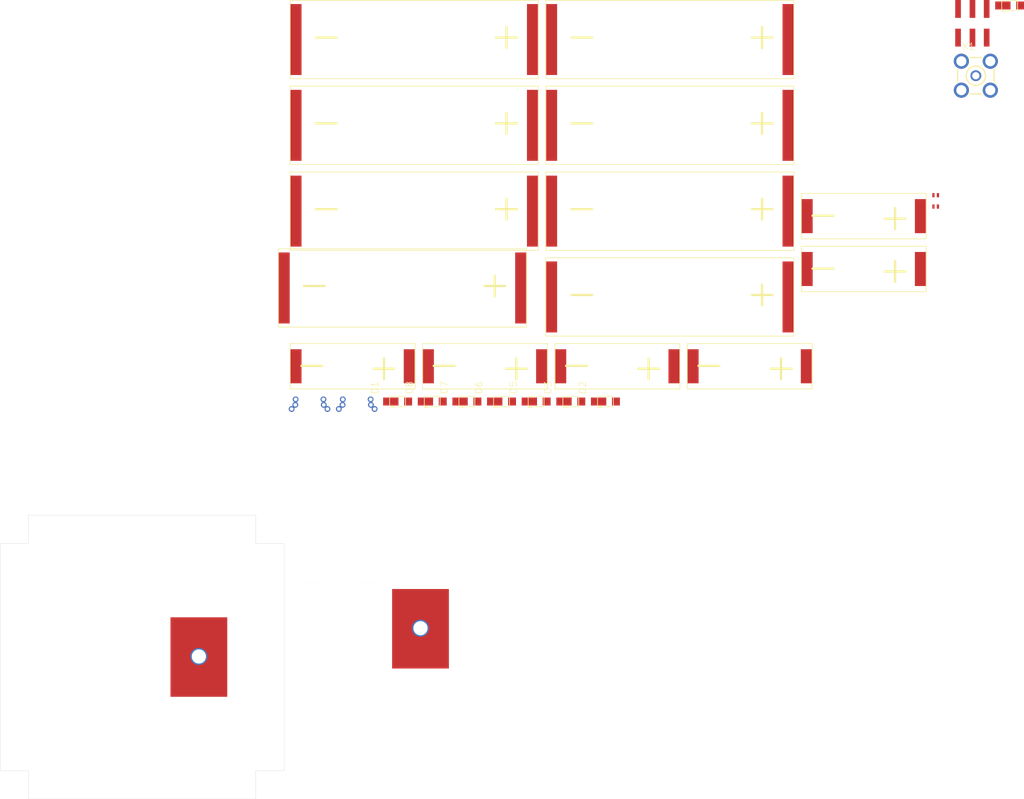
<source format=kicad_pcb>
(kicad_pcb (version 20171130) (host pcbnew "(5.1.4)-1")

  (general
    (thickness 1.6)
    (drawings 12)
    (tracks 20)
    (zones 0)
    (modules 29)
    (nets 14)
  )

  (page A4)
  (layers
    (0 Top signal)
    (1 Route2 signal)
    (2 Route15 signal)
    (31 Bottom signal)
    (32 B.Adhes user hide)
    (33 F.Adhes user hide)
    (34 B.Paste user hide)
    (35 F.Paste user hide)
    (36 B.SilkS user hide)
    (37 F.SilkS user hide)
    (38 B.Mask user hide)
    (39 F.Mask user hide)
    (40 Dwgs.User user hide)
    (41 Cmts.User user hide)
    (42 Eco1.User user hide)
    (43 Eco2.User user hide)
    (44 Edge.Cuts user)
    (45 Margin user hide)
    (46 B.CrtYd user hide)
    (47 F.CrtYd user hide)
    (48 B.Fab user hide)
    (49 F.Fab user hide)
  )

  (setup
    (last_trace_width 0.25)
    (trace_clearance 0.1524)
    (zone_clearance 0.508)
    (zone_45_only no)
    (trace_min 0.1524)
    (via_size 0.8)
    (via_drill 0.4)
    (via_min_size 0.4)
    (via_min_drill 0.3)
    (uvia_size 0.3)
    (uvia_drill 0.1)
    (uvias_allowed no)
    (uvia_min_size 0.2)
    (uvia_min_drill 0.1)
    (edge_width 0.05)
    (segment_width 0.2)
    (pcb_text_width 0.3)
    (pcb_text_size 1.5 1.5)
    (mod_edge_width 0.12)
    (mod_text_size 1 1)
    (mod_text_width 0.15)
    (pad_size 1.524 1.524)
    (pad_drill 0.762)
    (pad_to_mask_clearance 0.051)
    (solder_mask_min_width 0.25)
    (aux_axis_origin 0 0)
    (visible_elements 7FFFFFFF)
    (pcbplotparams
      (layerselection 0x010fc_ffffffff)
      (usegerberextensions false)
      (usegerberattributes false)
      (usegerberadvancedattributes false)
      (creategerberjobfile false)
      (excludeedgelayer true)
      (linewidth 0.100000)
      (plotframeref false)
      (viasonmask false)
      (mode 1)
      (useauxorigin false)
      (hpglpennumber 1)
      (hpglpenspeed 20)
      (hpglpendiameter 15.000000)
      (psnegative false)
      (psa4output false)
      (plotreference true)
      (plotvalue true)
      (plotinvisibletext false)
      (padsonsilk false)
      (subtractmaskfromsilk false)
      (outputformat 1)
      (mirror false)
      (drillshape 1)
      (scaleselection 1)
      (outputdirectory ""))
  )

  (net 0 "")
  (net 1 GND)
  (net 2 "Net-(U$1-Pad2)")
  (net 3 "Net-(U$1-Pad1)")
  (net 4 "Net-(D1-PadPOS)")
  (net 5 "Net-(D2-PadPOS)")
  (net 6 "Net-(D1-PadNEG)")
  (net 7 "Net-(D3-PadPOS)")
  (net 8 "Net-(D4-PadNEG)")
  (net 9 "Net-(D4-PadPOS)")
  (net 10 /VSOLAR)
  (net 11 "Net-(D7-PadPOS)")
  (net 12 "Net-(F1-Pad1)")
  (net 13 "Net-(U$4-PadP$2)")

  (net_class Default "This is the default net class."
    (clearance 0.1524)
    (trace_width 0.25)
    (via_dia 0.8)
    (via_drill 0.4)
    (uvia_dia 0.3)
    (uvia_drill 0.1)
    (add_net /VSOLAR)
    (add_net GND)
    (add_net "Net-(D1-PadNEG)")
    (add_net "Net-(D1-PadPOS)")
    (add_net "Net-(D2-PadPOS)")
    (add_net "Net-(D3-PadPOS)")
    (add_net "Net-(D4-PadNEG)")
    (add_net "Net-(D4-PadPOS)")
    (add_net "Net-(D7-PadPOS)")
    (add_net "Net-(F1-Pad1)")
    (add_net "Net-(U$1-Pad1)")
    (add_net "Net-(U$1-Pad2)")
    (add_net "Net-(U$1-Pad4)")
    (add_net "Net-(U$4-PadP$2)")
    (add_net "Net-(X1-Pad1)")
  )

  (module SolarZ:BU-SMA-V (layer Top) (tedit 0) (tstamp 5DAD8578)
    (at 261.8334 -7.380101)
    (descr "FEMALE <b>SMA CONNECTOR</b><p>\nRadiall<p>\ndistributor RS 112-3794")
    (path /8679BB61)
    (fp_text reference X1 (at -2.54 -4.445) (layer F.SilkS)
      (effects (font (size 1.2065 1.2065) (thickness 0.09652)) (justify left bottom))
    )
    (fp_text value BU-SMA-V (at -3.175 5.715) (layer F.Fab) hide
      (effects (font (size 1.2065 1.2065) (thickness 0.1016)) (justify left bottom))
    )
    (fp_circle (center 0 0) (end 1.7 0) (layer F.SilkS) (width 0.2032))
    (fp_circle (center 0 0) (end 3.1999 0) (layer F.Fab) (width 0.2032))
    (fp_line (start -3.2 3.2) (end -3.1999 -3.1999) (layer F.Fab) (width 0.2032))
    (fp_line (start 3.1999 3.1999) (end -3.2 3.2) (layer F.Fab) (width 0.2032))
    (fp_line (start 3.2 -3.2) (end 3.1999 3.1999) (layer F.Fab) (width 0.2032))
    (fp_line (start -3.1999 -3.1999) (end 3.2 -3.2) (layer F.Fab) (width 0.2032))
    (fp_line (start -3.2 1.1) (end -3.2 -1.1) (layer F.SilkS) (width 0.2032))
    (fp_line (start 1.1 3.2) (end -1.1 3.2) (layer F.SilkS) (width 0.2032))
    (fp_line (start 3.2 -1.1) (end 3.2 1.1) (layer F.SilkS) (width 0.2032))
    (fp_line (start -1.1 -3.2) (end 1.1 -3.2) (layer F.SilkS) (width 0.2032))
    (pad 5 thru_hole circle (at -2.5499 2.5499) (size 2.667 2.667) (drill 1.778) (layers *.Cu *.Mask)
      (net 1 GND) (solder_mask_margin 0.0635))
    (pad 4 thru_hole circle (at 2.5499 2.5499) (size 2.667 2.667) (drill 1.778) (layers *.Cu *.Mask)
      (net 1 GND) (solder_mask_margin 0.0635))
    (pad 3 thru_hole circle (at 2.5499 -2.5499) (size 2.667 2.667) (drill 1.778) (layers *.Cu *.Mask)
      (net 1 GND) (solder_mask_margin 0.0635))
    (pad 2 thru_hole circle (at -2.5499 -2.5499) (size 2.667 2.667) (drill 1.778) (layers *.Cu *.Mask)
      (net 1 GND) (solder_mask_margin 0.0635))
    (pad 1 thru_hole circle (at 0 0) (size 1.905 1.905) (drill 1.27) (layers *.Cu *.Mask)
      (solder_mask_margin 0.0635))
  )

  (module SolarZ:SLMD121H04L (layer Top) (tedit 0) (tstamp 5DAD8565)
    (at 141.08 -6.85)
    (path /DEBC6924)
    (fp_text reference UNK14 (at 0 0) (layer F.SilkS) hide
      (effects (font (size 1.27 1.27) (thickness 0.15)))
    )
    (fp_text value SLMD121H04L (at 0 0) (layer F.SilkS) hide
      (effects (font (size 1.27 1.27) (thickness 0.15)))
    )
    (fp_text user + (at 38.1 -7.62) (layer F.SilkS)
      (effects (font (size 4.826 4.826) (thickness 0.4064)))
    )
    (fp_text user - (at 6.35 -7.62) (layer F.SilkS)
      (effects (font (size 4.826 4.826) (thickness 0.4064)))
    )
    (fp_line (start 43.7 0) (end 0 0) (layer F.SilkS) (width 0.127))
    (fp_line (start 43.7 -13.8) (end 43.7 0) (layer F.SilkS) (width 0.127))
    (fp_line (start 0 -13.8) (end 43.7 -13.8) (layer F.SilkS) (width 0.127))
    (fp_line (start 0 0) (end 0 -13.8) (layer F.SilkS) (width 0.127))
    (pad P$2 smd rect (at 42.7 -6.9 90) (size 12.5 2) (layers Top F.Paste F.Mask)
      (net 11 "Net-(D7-PadPOS)") (solder_mask_margin 0.0635))
    (pad P$1 smd rect (at 1 -6.9 90) (size 12.5 2) (layers Top F.Paste F.Mask)
      (net 8 "Net-(D4-PadNEG)") (solder_mask_margin 0.0635))
  )

  (module SolarZ:KXOB22-04X3F (layer Top) (tedit 0) (tstamp 5DAD8559)
    (at 211.01 47.79)
    (path /CE8C4F9E)
    (fp_text reference UNK13 (at 0 0) (layer F.SilkS) hide
      (effects (font (size 1.27 1.27) (thickness 0.15)))
    )
    (fp_text value KXOB22-04X3F (at 0 0) (layer F.SilkS) hide
      (effects (font (size 1.27 1.27) (thickness 0.15)))
    )
    (fp_text user - (at 3.81 -4.445) (layer F.SilkS)
      (effects (font (size 4.826 4.826) (thickness 0.4064)))
    )
    (fp_text user + (at 16.51 -3.937) (layer F.SilkS)
      (effects (font (size 4.826 4.826) (thickness 0.4064)))
    )
    (fp_line (start 22 0) (end 0 0) (layer F.SilkS) (width 0.127))
    (fp_line (start 22 -8) (end 22 0) (layer F.SilkS) (width 0.127))
    (fp_line (start 0 -8) (end 22 -8) (layer F.SilkS) (width 0.127))
    (fp_line (start 0 0) (end 0 -8) (layer F.SilkS) (width 0.127))
    (pad P$2 smd rect (at 21 -4 90) (size 6 2) (layers Top F.Paste F.Mask)
      (net 4 "Net-(D1-PadPOS)") (solder_mask_margin 0.0635))
    (pad P$1 smd rect (at 1 -4 90) (size 6 2) (layers Top F.Paste F.Mask)
      (net 5 "Net-(D2-PadPOS)") (solder_mask_margin 0.0635))
  )

  (module SolarZ:SLMD121H04L (layer Top) (tedit 0) (tstamp 5DAD854D)
    (at 141.08 8.26)
    (path /C0B9D68B)
    (fp_text reference UNK12 (at 0 0) (layer F.SilkS) hide
      (effects (font (size 1.27 1.27) (thickness 0.15)))
    )
    (fp_text value SLMD121H04L (at 0 0) (layer F.SilkS) hide
      (effects (font (size 1.27 1.27) (thickness 0.15)))
    )
    (fp_text user + (at 38.1 -7.62) (layer F.SilkS)
      (effects (font (size 4.826 4.826) (thickness 0.4064)))
    )
    (fp_text user - (at 6.35 -7.62) (layer F.SilkS)
      (effects (font (size 4.826 4.826) (thickness 0.4064)))
    )
    (fp_line (start 43.7 0) (end 0 0) (layer F.SilkS) (width 0.127))
    (fp_line (start 43.7 -13.8) (end 43.7 0) (layer F.SilkS) (width 0.127))
    (fp_line (start 0 -13.8) (end 43.7 -13.8) (layer F.SilkS) (width 0.127))
    (fp_line (start 0 0) (end 0 -13.8) (layer F.SilkS) (width 0.127))
    (pad P$2 smd rect (at 42.7 -6.9 90) (size 12.5 2) (layers Top F.Paste F.Mask)
      (net 11 "Net-(D7-PadPOS)") (solder_mask_margin 0.0635))
    (pad P$1 smd rect (at 1 -6.9 90) (size 12.5 2) (layers Top F.Paste F.Mask)
      (net 8 "Net-(D4-PadNEG)") (solder_mask_margin 0.0635))
  )

  (module SolarZ:KXOB22-04X3F (layer Top) (tedit 0) (tstamp 5DAD8541)
    (at 231.1 21.35)
    (path /536AD41F)
    (fp_text reference UNK11 (at 0 0) (layer F.SilkS) hide
      (effects (font (size 1.27 1.27) (thickness 0.15)))
    )
    (fp_text value KXOB22-04X3F (at 0 0) (layer F.SilkS) hide
      (effects (font (size 1.27 1.27) (thickness 0.15)))
    )
    (fp_text user - (at 3.81 -4.445) (layer F.SilkS)
      (effects (font (size 4.826 4.826) (thickness 0.4064)))
    )
    (fp_text user + (at 16.51 -3.937) (layer F.SilkS)
      (effects (font (size 4.826 4.826) (thickness 0.4064)))
    )
    (fp_line (start 22 0) (end 0 0) (layer F.SilkS) (width 0.127))
    (fp_line (start 22 -8) (end 22 0) (layer F.SilkS) (width 0.127))
    (fp_line (start 0 -8) (end 22 -8) (layer F.SilkS) (width 0.127))
    (fp_line (start 0 0) (end 0 -8) (layer F.SilkS) (width 0.127))
    (pad P$2 smd rect (at 21 -4 90) (size 6 2) (layers Top F.Paste F.Mask)
      (net 7 "Net-(D3-PadPOS)") (solder_mask_margin 0.0635))
    (pad P$1 smd rect (at 1 -4 90) (size 6 2) (layers Top F.Paste F.Mask)
      (net 11 "Net-(D7-PadPOS)") (solder_mask_margin 0.0635))
  )

  (module SolarZ:KXOB22-04X3F (layer Top) (tedit 0) (tstamp 5DAD8535)
    (at 187.7 47.79)
    (path /1DAD54CC)
    (fp_text reference UNK10 (at 0 0) (layer F.SilkS) hide
      (effects (font (size 1.27 1.27) (thickness 0.15)))
    )
    (fp_text value KXOB22-04X3F (at 0 0) (layer F.SilkS) hide
      (effects (font (size 1.27 1.27) (thickness 0.15)))
    )
    (fp_text user - (at 3.81 -4.445) (layer F.SilkS)
      (effects (font (size 4.826 4.826) (thickness 0.4064)))
    )
    (fp_text user + (at 16.51 -3.937) (layer F.SilkS)
      (effects (font (size 4.826 4.826) (thickness 0.4064)))
    )
    (fp_line (start 22 0) (end 0 0) (layer F.SilkS) (width 0.127))
    (fp_line (start 22 -8) (end 22 0) (layer F.SilkS) (width 0.127))
    (fp_line (start 0 -8) (end 22 -8) (layer F.SilkS) (width 0.127))
    (fp_line (start 0 0) (end 0 -8) (layer F.SilkS) (width 0.127))
    (pad P$2 smd rect (at 21 -4 90) (size 6 2) (layers Top F.Paste F.Mask)
      (net 7 "Net-(D3-PadPOS)") (solder_mask_margin 0.0635))
    (pad P$1 smd rect (at 1 -4 90) (size 6 2) (layers Top F.Paste F.Mask)
      (net 11 "Net-(D7-PadPOS)") (solder_mask_margin 0.0635))
  )

  (module SolarZ:SLMD121H04L (layer Top) (tedit 0) (tstamp 5DAD8529)
    (at 186.09 8.26)
    (path /EC1449BE)
    (fp_text reference UNK9 (at 0 0) (layer F.SilkS) hide
      (effects (font (size 1.27 1.27) (thickness 0.15)))
    )
    (fp_text value SLMD121H04L (at 0 0) (layer F.SilkS) hide
      (effects (font (size 1.27 1.27) (thickness 0.15)))
    )
    (fp_text user + (at 38.1 -7.62) (layer F.SilkS)
      (effects (font (size 4.826 4.826) (thickness 0.4064)))
    )
    (fp_text user - (at 6.35 -7.62) (layer F.SilkS)
      (effects (font (size 4.826 4.826) (thickness 0.4064)))
    )
    (fp_line (start 43.7 0) (end 0 0) (layer F.SilkS) (width 0.127))
    (fp_line (start 43.7 -13.8) (end 43.7 0) (layer F.SilkS) (width 0.127))
    (fp_line (start 0 -13.8) (end 43.7 -13.8) (layer F.SilkS) (width 0.127))
    (fp_line (start 0 0) (end 0 -13.8) (layer F.SilkS) (width 0.127))
    (pad P$2 smd rect (at 42.7 -6.9 90) (size 12.5 2) (layers Top F.Paste F.Mask)
      (net 9 "Net-(D4-PadPOS)") (solder_mask_margin 0.0635))
    (pad P$1 smd rect (at 1 -6.9 90) (size 12.5 2) (layers Top F.Paste F.Mask)
      (net 1 GND) (solder_mask_margin 0.0635))
  )

  (module SolarZ:SLMD121H04L (layer Top) (tedit 0) (tstamp 5DAD851D)
    (at 139 36.9)
    (path /6F7095A3)
    (fp_text reference UNK8 (at 0 0) (layer F.SilkS) hide
      (effects (font (size 1.27 1.27) (thickness 0.15)))
    )
    (fp_text value SLMD121H04L (at 0 0) (layer F.SilkS) hide
      (effects (font (size 1.27 1.27) (thickness 0.15)))
    )
    (fp_text user + (at 38.1 -7.62) (layer F.SilkS)
      (effects (font (size 4.826 4.826) (thickness 0.4064)))
    )
    (fp_text user - (at 6.35 -7.62) (layer F.SilkS)
      (effects (font (size 4.826 4.826) (thickness 0.4064)))
    )
    (fp_line (start 43.7 0) (end 0 0) (layer F.SilkS) (width 0.127))
    (fp_line (start 43.7 -13.8) (end 43.7 0) (layer F.SilkS) (width 0.127))
    (fp_line (start 0 -13.8) (end 43.7 -13.8) (layer F.SilkS) (width 0.127))
    (fp_line (start 0 0) (end 0 -13.8) (layer F.SilkS) (width 0.127))
    (pad P$2 smd rect (at 42.7 -6.9 90) (size 12.5 2) (layers Top F.Paste F.Mask)
      (net 9 "Net-(D4-PadPOS)") (solder_mask_margin 0.0635))
    (pad P$1 smd rect (at 1 -6.9 90) (size 12.5 2) (layers Top F.Paste F.Mask)
      (net 1 GND) (solder_mask_margin 0.0635))
  )

  (module SolarZ:KXOB22-04X3F (layer Top) (tedit 0) (tstamp 5DAD8511)
    (at 141.08 47.79)
    (path /8E27E122)
    (fp_text reference UNK7 (at 0 0) (layer F.SilkS) hide
      (effects (font (size 1.27 1.27) (thickness 0.15)))
    )
    (fp_text value KXOB22-04X3F (at 0 0) (layer F.SilkS) hide
      (effects (font (size 1.27 1.27) (thickness 0.15)))
    )
    (fp_text user - (at 3.81 -4.445) (layer F.SilkS)
      (effects (font (size 4.826 4.826) (thickness 0.4064)))
    )
    (fp_text user + (at 16.51 -3.937) (layer F.SilkS)
      (effects (font (size 4.826 4.826) (thickness 0.4064)))
    )
    (fp_line (start 22 0) (end 0 0) (layer F.SilkS) (width 0.127))
    (fp_line (start 22 -8) (end 22 0) (layer F.SilkS) (width 0.127))
    (fp_line (start 0 -8) (end 22 -8) (layer F.SilkS) (width 0.127))
    (fp_line (start 0 0) (end 0 -8) (layer F.SilkS) (width 0.127))
    (pad P$2 smd rect (at 21 -4 90) (size 6 2) (layers Top F.Paste F.Mask)
      (net 8 "Net-(D4-PadNEG)") (solder_mask_margin 0.0635))
    (pad P$1 smd rect (at 1 -4 90) (size 6 2) (layers Top F.Paste F.Mask)
      (net 9 "Net-(D4-PadPOS)") (solder_mask_margin 0.0635))
  )

  (module SolarZ:KXOB22-04X3F (layer Top) (tedit 0) (tstamp 5DAD8505)
    (at 164.39 47.79)
    (path /2DE9B480)
    (fp_text reference UNK6 (at 0 0) (layer F.SilkS) hide
      (effects (font (size 1.27 1.27) (thickness 0.15)))
    )
    (fp_text value KXOB22-04X3F (at 0 0) (layer F.SilkS) hide
      (effects (font (size 1.27 1.27) (thickness 0.15)))
    )
    (fp_text user - (at 3.81 -4.445) (layer F.SilkS)
      (effects (font (size 4.826 4.826) (thickness 0.4064)))
    )
    (fp_text user + (at 16.51 -3.937) (layer F.SilkS)
      (effects (font (size 4.826 4.826) (thickness 0.4064)))
    )
    (fp_line (start 22 0) (end 0 0) (layer F.SilkS) (width 0.127))
    (fp_line (start 22 -8) (end 22 0) (layer F.SilkS) (width 0.127))
    (fp_line (start 0 -8) (end 22 -8) (layer F.SilkS) (width 0.127))
    (fp_line (start 0 0) (end 0 -8) (layer F.SilkS) (width 0.127))
    (pad P$2 smd rect (at 21 -4 90) (size 6 2) (layers Top F.Paste F.Mask)
      (net 8 "Net-(D4-PadNEG)") (solder_mask_margin 0.0635))
    (pad P$1 smd rect (at 1 -4 90) (size 6 2) (layers Top F.Paste F.Mask)
      (net 9 "Net-(D4-PadPOS)") (solder_mask_margin 0.0635))
  )

  (module SolarZ:SLMD121H04L (layer Top) (tedit 0) (tstamp 5DAD84F9)
    (at 186.09 38.48)
    (path /DE036069)
    (fp_text reference UNK5 (at 0 0) (layer F.SilkS) hide
      (effects (font (size 1.27 1.27) (thickness 0.15)))
    )
    (fp_text value SLMD121H04L (at 0 0) (layer F.SilkS) hide
      (effects (font (size 1.27 1.27) (thickness 0.15)))
    )
    (fp_text user + (at 38.1 -7.62) (layer F.SilkS)
      (effects (font (size 4.826 4.826) (thickness 0.4064)))
    )
    (fp_text user - (at 6.35 -7.62) (layer F.SilkS)
      (effects (font (size 4.826 4.826) (thickness 0.4064)))
    )
    (fp_line (start 43.7 0) (end 0 0) (layer F.SilkS) (width 0.127))
    (fp_line (start 43.7 -13.8) (end 43.7 0) (layer F.SilkS) (width 0.127))
    (fp_line (start 0 -13.8) (end 43.7 -13.8) (layer F.SilkS) (width 0.127))
    (fp_line (start 0 0) (end 0 -13.8) (layer F.SilkS) (width 0.127))
    (pad P$2 smd rect (at 42.7 -6.9 90) (size 12.5 2) (layers Top F.Paste F.Mask)
      (net 5 "Net-(D2-PadPOS)") (solder_mask_margin 0.0635))
    (pad P$1 smd rect (at 1 -6.9 90) (size 12.5 2) (layers Top F.Paste F.Mask)
      (net 7 "Net-(D3-PadPOS)") (solder_mask_margin 0.0635))
  )

  (module SolarZ:SLMD121H04L (layer Top) (tedit 0) (tstamp 5DAD84ED)
    (at 186.09 23.37)
    (path /96C34CA7)
    (fp_text reference UNK4 (at 0 0) (layer F.SilkS) hide
      (effects (font (size 1.27 1.27) (thickness 0.15)))
    )
    (fp_text value SLMD121H04L (at 0 0) (layer F.SilkS) hide
      (effects (font (size 1.27 1.27) (thickness 0.15)))
    )
    (fp_text user + (at 38.1 -7.62) (layer F.SilkS)
      (effects (font (size 4.826 4.826) (thickness 0.4064)))
    )
    (fp_text user - (at 6.35 -7.62) (layer F.SilkS)
      (effects (font (size 4.826 4.826) (thickness 0.4064)))
    )
    (fp_line (start 43.7 0) (end 0 0) (layer F.SilkS) (width 0.127))
    (fp_line (start 43.7 -13.8) (end 43.7 0) (layer F.SilkS) (width 0.127))
    (fp_line (start 0 -13.8) (end 43.7 -13.8) (layer F.SilkS) (width 0.127))
    (fp_line (start 0 0) (end 0 -13.8) (layer F.SilkS) (width 0.127))
    (pad P$2 smd rect (at 42.7 -6.9 90) (size 12.5 2) (layers Top F.Paste F.Mask)
      (net 5 "Net-(D2-PadPOS)") (solder_mask_margin 0.0635))
    (pad P$1 smd rect (at 1 -6.9 90) (size 12.5 2) (layers Top F.Paste F.Mask)
      (net 7 "Net-(D3-PadPOS)") (solder_mask_margin 0.0635))
  )

  (module SolarZ:SLMD121H04L (layer Top) (tedit 0) (tstamp 5DAD84E1)
    (at 141.08 23.37)
    (path /DA062505)
    (fp_text reference UNK3 (at 0 0) (layer F.SilkS) hide
      (effects (font (size 1.27 1.27) (thickness 0.15)))
    )
    (fp_text value SLMD121H04L (at 0 0) (layer F.SilkS) hide
      (effects (font (size 1.27 1.27) (thickness 0.15)))
    )
    (fp_text user + (at 38.1 -7.62) (layer F.SilkS)
      (effects (font (size 4.826 4.826) (thickness 0.4064)))
    )
    (fp_text user - (at 6.35 -7.62) (layer F.SilkS)
      (effects (font (size 4.826 4.826) (thickness 0.4064)))
    )
    (fp_line (start 43.7 0) (end 0 0) (layer F.SilkS) (width 0.127))
    (fp_line (start 43.7 -13.8) (end 43.7 0) (layer F.SilkS) (width 0.127))
    (fp_line (start 0 -13.8) (end 43.7 -13.8) (layer F.SilkS) (width 0.127))
    (fp_line (start 0 0) (end 0 -13.8) (layer F.SilkS) (width 0.127))
    (pad P$2 smd rect (at 42.7 -6.9 90) (size 12.5 2) (layers Top F.Paste F.Mask)
      (net 6 "Net-(D1-PadNEG)") (solder_mask_margin 0.0635))
    (pad P$1 smd rect (at 1 -6.9 90) (size 12.5 2) (layers Top F.Paste F.Mask)
      (net 4 "Net-(D1-PadPOS)") (solder_mask_margin 0.0635))
  )

  (module SolarZ:SLMD121H04L (layer Top) (tedit 0) (tstamp 5DAD84D5)
    (at 186.09 -6.85)
    (path /EE71016C)
    (fp_text reference UNK2 (at 0 0) (layer F.SilkS) hide
      (effects (font (size 1.27 1.27) (thickness 0.15)))
    )
    (fp_text value SLMD121H04L (at 0 0) (layer F.SilkS) hide
      (effects (font (size 1.27 1.27) (thickness 0.15)))
    )
    (fp_text user + (at 38.1 -7.62) (layer F.SilkS)
      (effects (font (size 4.826 4.826) (thickness 0.4064)))
    )
    (fp_text user - (at 6.35 -7.62) (layer F.SilkS)
      (effects (font (size 4.826 4.826) (thickness 0.4064)))
    )
    (fp_line (start 43.7 0) (end 0 0) (layer F.SilkS) (width 0.127))
    (fp_line (start 43.7 -13.8) (end 43.7 0) (layer F.SilkS) (width 0.127))
    (fp_line (start 0 -13.8) (end 43.7 -13.8) (layer F.SilkS) (width 0.127))
    (fp_line (start 0 0) (end 0 -13.8) (layer F.SilkS) (width 0.127))
    (pad P$2 smd rect (at 42.7 -6.9 90) (size 12.5 2) (layers Top F.Paste F.Mask)
      (net 6 "Net-(D1-PadNEG)") (solder_mask_margin 0.0635))
    (pad P$1 smd rect (at 1 -6.9 90) (size 12.5 2) (layers Top F.Paste F.Mask)
      (net 4 "Net-(D1-PadPOS)") (solder_mask_margin 0.0635))
  )

  (module SolarZ:KXOB22-04X3F (layer Top) (tedit 0) (tstamp 5DAD84C9)
    (at 231.1 30.66)
    (path /89203F2C)
    (fp_text reference UNK1 (at 0 0) (layer F.SilkS) hide
      (effects (font (size 1.27 1.27) (thickness 0.15)))
    )
    (fp_text value KXOB22-04X3F (at 0 0) (layer F.SilkS) hide
      (effects (font (size 1.27 1.27) (thickness 0.15)))
    )
    (fp_text user - (at 3.81 -4.445) (layer F.SilkS)
      (effects (font (size 4.826 4.826) (thickness 0.4064)))
    )
    (fp_text user + (at 16.51 -3.937) (layer F.SilkS)
      (effects (font (size 4.826 4.826) (thickness 0.4064)))
    )
    (fp_line (start 22 0) (end 0 0) (layer F.SilkS) (width 0.127))
    (fp_line (start 22 -8) (end 22 0) (layer F.SilkS) (width 0.127))
    (fp_line (start 0 -8) (end 22 -8) (layer F.SilkS) (width 0.127))
    (fp_line (start 0 0) (end 0 -8) (layer F.SilkS) (width 0.127))
    (pad P$2 smd rect (at 21 -4 90) (size 6 2) (layers Top F.Paste F.Mask)
      (net 4 "Net-(D1-PadPOS)") (solder_mask_margin 0.0635))
    (pad P$1 smd rect (at 1 -4 90) (size 6 2) (layers Top F.Paste F.Mask)
      (net 5 "Net-(D2-PadPOS)") (solder_mask_margin 0.0635))
  )

  (module SolarZ:M20-8760342 (layer Top) (tedit 0) (tstamp 5DAD84BD)
    (at 258.2 -12.513501)
    (path /649D799B)
    (fp_text reference U$4 (at 0 0) (layer F.SilkS) hide
      (effects (font (size 1.27 1.27) (thickness 0.15)))
    )
    (fp_text value M20-8760342 (at 0 0) (layer F.SilkS) hide
      (effects (font (size 1.27 1.27) (thickness 0.15)))
    )
    (pad P$6 smd rect (at 5.54 -6.625 90) (size 3.15 1) (layers Top F.Paste F.Mask)
      (net 12 "Net-(F1-Pad1)") (solder_mask_margin 0.0635))
    (pad P$5 smd rect (at 5.54 -1.575 90) (size 3.15 1) (layers Top F.Paste F.Mask)
      (net 10 /VSOLAR) (solder_mask_margin 0.0635))
    (pad P$4 smd rect (at 3.04 -6.625 90) (size 3.15 1) (layers Top F.Paste F.Mask)
      (net 12 "Net-(F1-Pad1)") (solder_mask_margin 0.0635))
    (pad P$3 smd rect (at 3.04 -1.575 90) (size 3.15 1) (layers Top F.Paste F.Mask)
      (net 13 "Net-(U$4-PadP$2)") (solder_mask_margin 0.0635))
    (pad P$2 smd rect (at 0.5 -6.625 90) (size 3.15 1) (layers Top F.Paste F.Mask)
      (net 13 "Net-(U$4-PadP$2)") (solder_mask_margin 0.0635))
    (pad P$1 smd rect (at 0.5 -1.575 90) (size 3.15 1) (layers Top F.Paste F.Mask)
      (net 1 GND) (solder_mask_margin 0.0635))
  )

  (module SolarZ:TAPE (layer Top) (tedit 0) (tstamp 5DAD84B3)
    (at 164.03 90.02)
    (path /6E1B97F5)
    (fp_text reference U$3 (at 0 0) (layer F.SilkS) hide
      (effects (font (size 1.27 1.27) (thickness 0.15)))
    )
    (fp_text value ANTENNA (at 0 0) (layer F.SilkS) hide
      (effects (font (size 1.27 1.27) (thickness 0.15)))
    )
    (fp_line (start -21.1 8) (end -17.1 8) (layer Edge.Cuts) (width 0.005))
    (fp_line (start -21.1 -8) (end -17.1 -8) (layer Edge.Cuts) (width 0.005))
    (fp_line (start -21.1 -8) (end -21.1 8) (layer Edge.Cuts) (width 0.005))
    (fp_line (start -17.1 -8) (end -17.1 8) (layer Edge.Cuts) (width 0.005))
    (fp_line (start -11.05 8) (end -7.05 8) (layer Edge.Cuts) (width 0.005))
    (fp_line (start -11.05 -8) (end -7.05 -8) (layer Edge.Cuts) (width 0.005))
    (fp_line (start -11.05 -8) (end -11.05 8) (layer Edge.Cuts) (width 0.005))
    (fp_line (start -7.05 -8) (end -7.05 8) (layer Edge.Cuts) (width 0.005))
    (pad "" np_thru_hole circle (at -14.03 -0.02) (size 2 2) (drill 2) (layers *.Cu *.Mask))
    (pad RF thru_hole circle (at 0 -0.1) (size 3 3) (drill 2.5) (layers *.Cu *.Mask)
      (net 2 "Net-(U$1-Pad2)") (solder_mask_margin 0.0635))
    (pad RF_2 smd rect (at 0 0 90) (size 14 10) (layers Top F.Paste F.Mask)
      (net 2 "Net-(U$1-Pad2)") (solder_mask_margin 0.0635))
  )

  (module SolarZ:TAPE (layer Top) (tedit 0) (tstamp 5DAD84A4)
    (at 125 95)
    (path /87B7DF34)
    (fp_text reference U$2 (at 0 0) (layer F.SilkS) hide
      (effects (font (size 1.27 1.27) (thickness 0.15)))
    )
    (fp_text value ANTENNA (at 0 0) (layer F.SilkS) hide
      (effects (font (size 1.27 1.27) (thickness 0.15)))
    )
    (fp_line (start -21.1 8) (end -17.1 8) (layer Edge.Cuts) (width 0.005))
    (fp_line (start -21.1 -8) (end -17.1 -8) (layer Edge.Cuts) (width 0.005))
    (fp_line (start -21.1 -8) (end -21.1 8) (layer Edge.Cuts) (width 0.005))
    (fp_line (start -17.1 -8) (end -17.1 8) (layer Edge.Cuts) (width 0.005))
    (fp_line (start -11.05 8) (end -7.05 8) (layer Edge.Cuts) (width 0.005))
    (fp_line (start -11.05 -8) (end -7.05 -8) (layer Edge.Cuts) (width 0.005))
    (fp_line (start -11.05 -8) (end -11.05 8) (layer Edge.Cuts) (width 0.005))
    (fp_line (start -7.05 -8) (end -7.05 8) (layer Edge.Cuts) (width 0.005))
    (pad "" np_thru_hole circle (at -14.03 -0.02) (size 2 2) (drill 2) (layers *.Cu *.Mask))
    (pad RF thru_hole circle (at 0 -0.1) (size 3 3) (drill 2.5) (layers *.Cu *.Mask)
      (net 3 "Net-(U$1-Pad1)") (solder_mask_margin 0.0635))
    (pad RF_2 smd rect (at 0 0 90) (size 14 10) (layers Top F.Paste F.Mask)
      (net 3 "Net-(U$1-Pad1)") (solder_mask_margin 0.0635))
  )

  (module SolarZ:BALUN (layer Top) (tedit 0) (tstamp 5DAD8495)
    (at 254.76 14.661499)
    (path /89E33A62)
    (fp_text reference U$1 (at 0 0) (layer F.SilkS) hide
      (effects (font (size 1.27 1.27) (thickness 0.15)) (justify right top))
    )
    (fp_text value BALUN (at 0 0) (layer F.SilkS) hide
      (effects (font (size 1.27 1.27) (thickness 0.15)) (justify right top))
    )
    (pad 4 smd rect (at 0.4 1 270) (size 0.75 0.4) (layers Top F.Paste F.Mask)
      (solder_mask_margin 0.0635))
    (pad 3 smd rect (at -0.4 1 270) (size 0.75 0.4) (layers Top F.Paste F.Mask)
      (net 1 GND) (solder_mask_margin 0.0635))
    (pad 2 smd rect (at 0.4 -1 90) (size 0.75 0.4) (layers Top F.Paste F.Mask)
      (net 2 "Net-(U$1-Pad2)") (solder_mask_margin 0.0635))
    (pad 1 smd rect (at -0.4 -1 90) (size 0.75 0.4) (layers Top F.Paste F.Mask)
      (net 3 "Net-(U$1-Pad1)") (solder_mask_margin 0.0635))
  )

  (module SolarZ:BURN_WIRE (layer Top) (tedit 0) (tstamp 5DAD848D)
    (at 146.988 49.286499)
    (path /3EAE4237)
    (fp_text reference F2 (at 0 0) (layer F.SilkS) hide
      (effects (font (size 1.27 1.27) (thickness 0.15)) (justify right top))
    )
    (fp_text value BURN_TERM (at 0 0) (layer F.SilkS) hide
      (effects (font (size 1.27 1.27) (thickness 0.15)) (justify right top))
    )
    (fp_circle (center -2.5 1) (end -2.4 1) (layer Dwgs.User) (width 0.1524))
    (pad 20 thru_hole circle (at 0 1.3 180) (size 1.016 1.016) (drill 0.6) (layers *.Cu *.Mask)
      (net 1 GND) (solder_mask_margin 0.0635))
    (pad 200 thru_hole circle (at -0.05 0.332 270) (size 1.016 1.016) (drill 0.6) (layers *.Cu *.Mask)
      (net 1 GND) (solder_mask_margin 0.0635))
    (pad 2 thru_hole circle (at 0.65 2.032 135) (size 1.016 1.016) (drill 0.6) (layers *.Cu *.Mask)
      (net 1 GND) (solder_mask_margin 0.0635))
    (pad 10 thru_hole circle (at -5 1.3) (size 1.016 1.016) (drill 0.6) (layers *.Cu *.Mask)
      (net 12 "Net-(F1-Pad1)") (solder_mask_margin 0.0635))
    (pad 100 thru_hole circle (at -4.95 0.332 270) (size 1.016 1.016) (drill 0.6) (layers *.Cu *.Mask)
      (net 12 "Net-(F1-Pad1)") (solder_mask_margin 0.0635))
    (pad 1 thru_hole circle (at -5.65 2.032 45) (size 1.016 1.016) (drill 0.6) (layers *.Cu *.Mask)
      (net 12 "Net-(F1-Pad1)") (solder_mask_margin 0.0635))
  )

  (module SolarZ:BURN_WIRE (layer Top) (tedit 0) (tstamp 5DAD8482)
    (at 155.298 49.286499)
    (path /BAEBDDEB)
    (fp_text reference F1 (at 0 0) (layer F.SilkS) hide
      (effects (font (size 1.27 1.27) (thickness 0.15)) (justify right top))
    )
    (fp_text value BURN_TERM (at 0 0) (layer F.SilkS) hide
      (effects (font (size 1.27 1.27) (thickness 0.15)) (justify right top))
    )
    (fp_circle (center -2.5 1) (end -2.4 1) (layer Dwgs.User) (width 0.1524))
    (pad 20 thru_hole circle (at 0 1.3 180) (size 1.016 1.016) (drill 0.6) (layers *.Cu *.Mask)
      (net 1 GND) (solder_mask_margin 0.0635))
    (pad 200 thru_hole circle (at -0.05 0.332 270) (size 1.016 1.016) (drill 0.6) (layers *.Cu *.Mask)
      (net 1 GND) (solder_mask_margin 0.0635))
    (pad 2 thru_hole circle (at 0.65 2.032 135) (size 1.016 1.016) (drill 0.6) (layers *.Cu *.Mask)
      (net 1 GND) (solder_mask_margin 0.0635))
    (pad 10 thru_hole circle (at -5 1.3) (size 1.016 1.016) (drill 0.6) (layers *.Cu *.Mask)
      (net 12 "Net-(F1-Pad1)") (solder_mask_margin 0.0635))
    (pad 100 thru_hole circle (at -4.95 0.332 270) (size 1.016 1.016) (drill 0.6) (layers *.Cu *.Mask)
      (net 12 "Net-(F1-Pad1)") (solder_mask_margin 0.0635))
    (pad 1 thru_hole circle (at -5.65 2.032 45) (size 1.016 1.016) (drill 0.6) (layers *.Cu *.Mask)
      (net 12 "Net-(F1-Pad1)") (solder_mask_margin 0.0635))
  )

  (module SolarZ:SB_DIODE (layer Top) (tedit 0) (tstamp 5DAD8477)
    (at 166.1 50)
    (path /54B076E9)
    (fp_text reference D8 (at -3.3 -1.2 -90) (layer F.SilkS)
      (effects (font (size 1.2065 1.2065) (thickness 0.09652)) (justify left bottom))
    )
    (fp_text value SB_DIODE (at 0 0) (layer F.SilkS) hide
      (effects (font (size 1.27 1.27) (thickness 0.15)))
    )
    (fp_line (start -1.2 1.1) (end -1.2 1) (layer F.SilkS) (width 0.127))
    (fp_line (start -0.8 1.1) (end -1.2 1.1) (layer F.SilkS) (width 0.127))
    (fp_line (start -0.8 1) (end -0.8 1.1) (layer F.SilkS) (width 0.127))
    (fp_line (start -1.2 1) (end -0.8 1) (layer F.SilkS) (width 0.127))
    (fp_line (start 1.4 -0.9) (end -1.4 -0.9) (layer F.SilkS) (width 0.127))
    (fp_line (start 1.4 0.9) (end 1.4 -0.9) (layer F.SilkS) (width 0.127))
    (fp_line (start -1.4 0.9) (end 1.4 0.9) (layer F.SilkS) (width 0.127))
    (fp_line (start -1.4 -0.9) (end -1.4 0.9) (layer F.SilkS) (width 0.127))
    (pad POS smd rect (at 1.85 0) (size 1.4 1.4) (layers Top F.Paste F.Mask)
      (net 8 "Net-(D4-PadNEG)") (solder_mask_margin 0.0635))
    (pad NEG smd rect (at -1.2 0) (size 2.7 1.4) (layers Top F.Paste F.Mask)
      (net 11 "Net-(D7-PadPOS)") (solder_mask_margin 0.0635))
  )

  (module SolarZ:SB_DIODE (layer Top) (tedit 0) (tstamp 5DAD8469)
    (at 172.2 50)
    (path /11F28FEE)
    (fp_text reference D7 (at -3.3 -1.2 -90) (layer F.SilkS)
      (effects (font (size 1.2065 1.2065) (thickness 0.09652)) (justify left bottom))
    )
    (fp_text value SB_DIODE (at 0 0) (layer F.SilkS) hide
      (effects (font (size 1.27 1.27) (thickness 0.15)))
    )
    (fp_line (start -1.2 1.1) (end -1.2 1) (layer F.SilkS) (width 0.127))
    (fp_line (start -0.8 1.1) (end -1.2 1.1) (layer F.SilkS) (width 0.127))
    (fp_line (start -0.8 1) (end -0.8 1.1) (layer F.SilkS) (width 0.127))
    (fp_line (start -1.2 1) (end -0.8 1) (layer F.SilkS) (width 0.127))
    (fp_line (start 1.4 -0.9) (end -1.4 -0.9) (layer F.SilkS) (width 0.127))
    (fp_line (start 1.4 0.9) (end 1.4 -0.9) (layer F.SilkS) (width 0.127))
    (fp_line (start -1.4 0.9) (end 1.4 0.9) (layer F.SilkS) (width 0.127))
    (fp_line (start -1.4 -0.9) (end -1.4 0.9) (layer F.SilkS) (width 0.127))
    (pad POS smd rect (at 1.85 0) (size 1.4 1.4) (layers Top F.Paste F.Mask)
      (net 11 "Net-(D7-PadPOS)") (solder_mask_margin 0.0635))
    (pad NEG smd rect (at -1.2 0) (size 2.7 1.4) (layers Top F.Paste F.Mask)
      (net 7 "Net-(D3-PadPOS)") (solder_mask_margin 0.0635))
  )

  (module SolarZ:SB_DIODE (layer Top) (tedit 0) (tstamp 5DAD845B)
    (at 178.3 50)
    (path /8D7F21E8)
    (fp_text reference D6 (at -3.3 -1.2 -90) (layer F.SilkS)
      (effects (font (size 1.2065 1.2065) (thickness 0.09652)) (justify left bottom))
    )
    (fp_text value SB_DIODE (at 0 0) (layer F.SilkS) hide
      (effects (font (size 1.27 1.27) (thickness 0.15)))
    )
    (fp_line (start -1.2 1.1) (end -1.2 1) (layer F.SilkS) (width 0.127))
    (fp_line (start -0.8 1.1) (end -1.2 1.1) (layer F.SilkS) (width 0.127))
    (fp_line (start -0.8 1) (end -0.8 1.1) (layer F.SilkS) (width 0.127))
    (fp_line (start -1.2 1) (end -0.8 1) (layer F.SilkS) (width 0.127))
    (fp_line (start 1.4 -0.9) (end -1.4 -0.9) (layer F.SilkS) (width 0.127))
    (fp_line (start 1.4 0.9) (end 1.4 -0.9) (layer F.SilkS) (width 0.127))
    (fp_line (start -1.4 0.9) (end 1.4 0.9) (layer F.SilkS) (width 0.127))
    (fp_line (start -1.4 -0.9) (end -1.4 0.9) (layer F.SilkS) (width 0.127))
    (pad POS smd rect (at 1.85 0) (size 1.4 1.4) (layers Top F.Paste F.Mask)
      (net 1 GND) (solder_mask_margin 0.0635))
    (pad NEG smd rect (at -1.2 0) (size 2.7 1.4) (layers Top F.Paste F.Mask)
      (net 9 "Net-(D4-PadPOS)") (solder_mask_margin 0.0635))
  )

  (module SolarZ:SB_DIODE (layer Top) (tedit 0) (tstamp 5DAD844D)
    (at 184.4 50)
    (path /A8F36FED)
    (fp_text reference D5 (at -3.3 -1.2 -90) (layer F.SilkS)
      (effects (font (size 1.2065 1.2065) (thickness 0.09652)) (justify left bottom))
    )
    (fp_text value SB_DIODE (at 0 0) (layer F.SilkS) hide
      (effects (font (size 1.27 1.27) (thickness 0.15)))
    )
    (fp_line (start -1.2 1.1) (end -1.2 1) (layer F.SilkS) (width 0.127))
    (fp_line (start -0.8 1.1) (end -1.2 1.1) (layer F.SilkS) (width 0.127))
    (fp_line (start -0.8 1) (end -0.8 1.1) (layer F.SilkS) (width 0.127))
    (fp_line (start -1.2 1) (end -0.8 1) (layer F.SilkS) (width 0.127))
    (fp_line (start 1.4 -0.9) (end -1.4 -0.9) (layer F.SilkS) (width 0.127))
    (fp_line (start 1.4 0.9) (end 1.4 -0.9) (layer F.SilkS) (width 0.127))
    (fp_line (start -1.4 0.9) (end 1.4 0.9) (layer F.SilkS) (width 0.127))
    (fp_line (start -1.4 -0.9) (end -1.4 0.9) (layer F.SilkS) (width 0.127))
    (pad POS smd rect (at 1.85 0) (size 1.4 1.4) (layers Top F.Paste F.Mask)
      (net 6 "Net-(D1-PadNEG)") (solder_mask_margin 0.0635))
    (pad NEG smd rect (at -1.2 0) (size 2.7 1.4) (layers Top F.Paste F.Mask)
      (net 10 /VSOLAR) (solder_mask_margin 0.0635))
  )

  (module SolarZ:SB_DIODE (layer Top) (tedit 0) (tstamp 5DAD843F)
    (at 267.79 -19.75)
    (path /04403A79)
    (fp_text reference D4 (at -3.3 -1.2 -90) (layer F.SilkS)
      (effects (font (size 1.2065 1.2065) (thickness 0.09652)) (justify left bottom))
    )
    (fp_text value SB_DIODE (at 0 0) (layer F.SilkS) hide
      (effects (font (size 1.27 1.27) (thickness 0.15)))
    )
    (fp_line (start -1.2 1.1) (end -1.2 1) (layer F.SilkS) (width 0.127))
    (fp_line (start -0.8 1.1) (end -1.2 1.1) (layer F.SilkS) (width 0.127))
    (fp_line (start -0.8 1) (end -0.8 1.1) (layer F.SilkS) (width 0.127))
    (fp_line (start -1.2 1) (end -0.8 1) (layer F.SilkS) (width 0.127))
    (fp_line (start 1.4 -0.9) (end -1.4 -0.9) (layer F.SilkS) (width 0.127))
    (fp_line (start 1.4 0.9) (end 1.4 -0.9) (layer F.SilkS) (width 0.127))
    (fp_line (start -1.4 0.9) (end 1.4 0.9) (layer F.SilkS) (width 0.127))
    (fp_line (start -1.4 -0.9) (end -1.4 0.9) (layer F.SilkS) (width 0.127))
    (pad POS smd rect (at 1.85 0) (size 1.4 1.4) (layers Top F.Paste F.Mask)
      (net 9 "Net-(D4-PadPOS)") (solder_mask_margin 0.0635))
    (pad NEG smd rect (at -1.2 0) (size 2.7 1.4) (layers Top F.Paste F.Mask)
      (net 8 "Net-(D4-PadNEG)") (solder_mask_margin 0.0635))
  )

  (module SolarZ:SB_DIODE (layer Top) (tedit 0) (tstamp 5DAD8431)
    (at 190.5 50)
    (path /93886C31)
    (fp_text reference D3 (at -3.3 -1.2 -90) (layer F.SilkS)
      (effects (font (size 1.2065 1.2065) (thickness 0.09652)) (justify left bottom))
    )
    (fp_text value SB_DIODE (at 0 0) (layer F.SilkS) hide
      (effects (font (size 1.27 1.27) (thickness 0.15)))
    )
    (fp_line (start -1.2 1.1) (end -1.2 1) (layer F.SilkS) (width 0.127))
    (fp_line (start -0.8 1.1) (end -1.2 1.1) (layer F.SilkS) (width 0.127))
    (fp_line (start -0.8 1) (end -0.8 1.1) (layer F.SilkS) (width 0.127))
    (fp_line (start -1.2 1) (end -0.8 1) (layer F.SilkS) (width 0.127))
    (fp_line (start 1.4 -0.9) (end -1.4 -0.9) (layer F.SilkS) (width 0.127))
    (fp_line (start 1.4 0.9) (end 1.4 -0.9) (layer F.SilkS) (width 0.127))
    (fp_line (start -1.4 0.9) (end 1.4 0.9) (layer F.SilkS) (width 0.127))
    (fp_line (start -1.4 -0.9) (end -1.4 0.9) (layer F.SilkS) (width 0.127))
    (pad POS smd rect (at 1.85 0) (size 1.4 1.4) (layers Top F.Paste F.Mask)
      (net 7 "Net-(D3-PadPOS)") (solder_mask_margin 0.0635))
    (pad NEG smd rect (at -1.2 0) (size 2.7 1.4) (layers Top F.Paste F.Mask)
      (net 5 "Net-(D2-PadPOS)") (solder_mask_margin 0.0635))
  )

  (module SolarZ:SB_DIODE (layer Top) (tedit 0) (tstamp 5DAD8423)
    (at 196.6 50)
    (path /0CADE672)
    (fp_text reference D2 (at -3.3 -1.2 -90) (layer F.SilkS)
      (effects (font (size 1.2065 1.2065) (thickness 0.09652)) (justify left bottom))
    )
    (fp_text value SB_DIODE (at 0 0) (layer F.SilkS) hide
      (effects (font (size 1.27 1.27) (thickness 0.15)))
    )
    (fp_line (start -1.2 1.1) (end -1.2 1) (layer F.SilkS) (width 0.127))
    (fp_line (start -0.8 1.1) (end -1.2 1.1) (layer F.SilkS) (width 0.127))
    (fp_line (start -0.8 1) (end -0.8 1.1) (layer F.SilkS) (width 0.127))
    (fp_line (start -1.2 1) (end -0.8 1) (layer F.SilkS) (width 0.127))
    (fp_line (start 1.4 -0.9) (end -1.4 -0.9) (layer F.SilkS) (width 0.127))
    (fp_line (start 1.4 0.9) (end 1.4 -0.9) (layer F.SilkS) (width 0.127))
    (fp_line (start -1.4 0.9) (end 1.4 0.9) (layer F.SilkS) (width 0.127))
    (fp_line (start -1.4 -0.9) (end -1.4 0.9) (layer F.SilkS) (width 0.127))
    (pad POS smd rect (at 1.85 0) (size 1.4 1.4) (layers Top F.Paste F.Mask)
      (net 5 "Net-(D2-PadPOS)") (solder_mask_margin 0.0635))
    (pad NEG smd rect (at -1.2 0) (size 2.7 1.4) (layers Top F.Paste F.Mask)
      (net 4 "Net-(D1-PadPOS)") (solder_mask_margin 0.0635))
  )

  (module SolarZ:SB_DIODE (layer Top) (tedit 0) (tstamp 5DAD8415)
    (at 160 50)
    (path /C78C3FBD)
    (fp_text reference D1 (at -3.3 -1.2 -90) (layer F.SilkS)
      (effects (font (size 1.2065 1.2065) (thickness 0.09652)) (justify left bottom))
    )
    (fp_text value SB_DIODE (at 0 0) (layer F.SilkS) hide
      (effects (font (size 1.27 1.27) (thickness 0.15)))
    )
    (fp_line (start -1.2 1.1) (end -1.2 1) (layer F.SilkS) (width 0.127))
    (fp_line (start -0.8 1.1) (end -1.2 1.1) (layer F.SilkS) (width 0.127))
    (fp_line (start -0.8 1) (end -0.8 1.1) (layer F.SilkS) (width 0.127))
    (fp_line (start -1.2 1) (end -0.8 1) (layer F.SilkS) (width 0.127))
    (fp_line (start 1.4 -0.9) (end -1.4 -0.9) (layer F.SilkS) (width 0.127))
    (fp_line (start 1.4 0.9) (end 1.4 -0.9) (layer F.SilkS) (width 0.127))
    (fp_line (start -1.4 0.9) (end 1.4 0.9) (layer F.SilkS) (width 0.127))
    (fp_line (start -1.4 -0.9) (end -1.4 0.9) (layer F.SilkS) (width 0.127))
    (pad POS smd rect (at 1.85 0) (size 1.4 1.4) (layers Top F.Paste F.Mask)
      (net 4 "Net-(D1-PadPOS)") (solder_mask_margin 0.0635))
    (pad NEG smd rect (at -1.2 0) (size 2.7 1.4) (layers Top F.Paste F.Mask)
      (net 6 "Net-(D1-PadNEG)") (solder_mask_margin 0.0635))
  )

  (gr_line (start 90 115) (end 90 75) (layer Edge.Cuts) (width 0.05) (tstamp 5DAD82B3))
  (gr_line (start 95 115) (end 90 115) (layer Edge.Cuts) (width 0.05))
  (gr_line (start 95 120) (end 95 115) (layer Edge.Cuts) (width 0.05))
  (gr_line (start 135 120) (end 95 120) (layer Edge.Cuts) (width 0.05))
  (gr_line (start 135 115) (end 135 120) (layer Edge.Cuts) (width 0.05))
  (gr_line (start 140 115) (end 135 115) (layer Edge.Cuts) (width 0.05))
  (gr_line (start 140 75) (end 140 115) (layer Edge.Cuts) (width 0.05))
  (gr_line (start 135 75) (end 140 75) (layer Edge.Cuts) (width 0.05))
  (gr_line (start 135 70) (end 135 75) (layer Edge.Cuts) (width 0.05))
  (gr_line (start 95 70) (end 135 70) (layer Edge.Cuts) (width 0.05))
  (gr_line (start 95 75) (end 95 70) (layer Edge.Cuts) (width 0.05))
  (gr_line (start 90 75) (end 95 75) (layer Edge.Cuts) (width 0.05))

  (segment (start 95.758 70.866) (end 95.758 75.692) (width 0.25) (layer Route2) (net 0))
  (segment (start 95.758 75.692) (end 90.678 75.692) (width 0.25) (layer Route2) (net 0))
  (segment (start 90.678 75.692) (end 90.678 114.554) (width 0.25) (layer Route2) (net 0))
  (segment (start 90.678 114.554) (end 95.25 114.554) (width 0.25) (layer Route2) (net 0))
  (segment (start 95.25 114.554) (end 95.504 114.554) (width 0.25) (layer Route2) (net 0))
  (segment (start 95.504 114.554) (end 95.504 119.69759) (width 0.25) (layer Route2) (net 0))
  (segment (start 95.504 119.69759) (end 134.04841 119.69759) (width 0.25) (layer Route2) (net 0))
  (segment (start 134.04841 119.69759) (end 134.493 119.69759) (width 0.25) (layer Route2) (net 0))
  (segment (start 134.62 119.69759) (end 134.62 114.808) (width 0.25) (layer Route2) (net 0))
  (segment (start 139.446 114.681) (end 139.46259 114.69759) (width 0.25) (layer Route2) (net 0))
  (segment (start 134.62 114.681) (end 139.573 114.681) (width 0.25) (layer Route2) (net 0))
  (segment (start 139.573 114.681) (end 139.573 75.438) (width 0.25) (layer Route2) (net 0))
  (segment (start 139.573 75.438) (end 134.747 75.438) (width 0.25) (layer Route2) (net 0))
  (segment (start 134.747 75.438) (end 134.62 75.438) (width 0.25) (layer Route2) (net 0))
  (segment (start 134.62 75.438) (end 134.62 74.549) (width 0.25) (layer Route2) (net 0))
  (segment (start 134.62 74.549) (end 134.62 70.866) (width 0.25) (layer Route2) (net 0))
  (segment (start 134.62 70.866) (end 134.62 70.739) (width 0.25) (layer Route2) (net 0))
  (segment (start 134.62 70.739) (end 134.62 70.30241) (width 0.25) (layer Route2) (net 0))
  (segment (start 134.62 70.30241) (end 96.52 70.30241) (width 0.25) (layer Route2) (net 0))
  (segment (start 96.52 70.30241) (end 96.52 73.787) (width 0.25) (layer Route2) (net 0))

)

</source>
